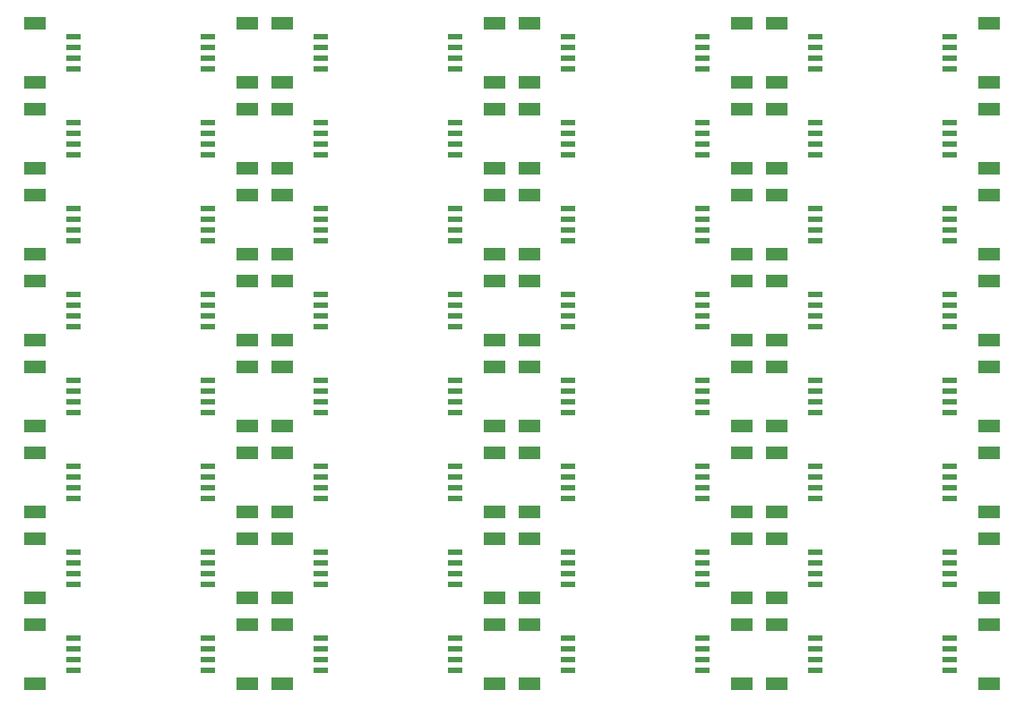
<source format=gtp>
G75*
%MOIN*%
%OFA0B0*%
%FSLAX25Y25*%
%IPPOS*%
%LPD*%
%AMOC8*
5,1,8,0,0,1.08239X$1,22.5*
%
%ADD10R,0.07874X0.04724*%
%ADD11R,0.05315X0.02362*%
D10*
X0055031Y0082310D03*
X0055031Y0104357D03*
X0055031Y0114310D03*
X0055031Y0136357D03*
X0055031Y0146310D03*
X0055031Y0168357D03*
X0055031Y0178310D03*
X0055031Y0200357D03*
X0055031Y0210310D03*
X0055031Y0232357D03*
X0055031Y0242310D03*
X0055031Y0264357D03*
X0055031Y0274310D03*
X0055031Y0296357D03*
X0055031Y0306310D03*
X0055031Y0328357D03*
X0133969Y0328357D03*
X0147031Y0328357D03*
X0147031Y0306310D03*
X0133969Y0306310D03*
X0133969Y0296357D03*
X0147031Y0296357D03*
X0147031Y0274310D03*
X0133969Y0274310D03*
X0133969Y0264357D03*
X0147031Y0264357D03*
X0147031Y0242310D03*
X0133969Y0242310D03*
X0133969Y0232357D03*
X0147031Y0232357D03*
X0147031Y0210310D03*
X0133969Y0210310D03*
X0133969Y0200357D03*
X0147031Y0200357D03*
X0147031Y0178310D03*
X0133969Y0178310D03*
X0133969Y0168357D03*
X0147031Y0168357D03*
X0147031Y0146310D03*
X0147031Y0136357D03*
X0133969Y0136357D03*
X0133969Y0146310D03*
X0133969Y0114310D03*
X0133969Y0104357D03*
X0147031Y0104357D03*
X0147031Y0114310D03*
X0147031Y0082310D03*
X0133969Y0082310D03*
X0225969Y0082310D03*
X0239031Y0082310D03*
X0239031Y0104357D03*
X0239031Y0114310D03*
X0225969Y0114310D03*
X0225969Y0104357D03*
X0225969Y0136357D03*
X0225969Y0146310D03*
X0239031Y0146310D03*
X0239031Y0136357D03*
X0239031Y0168357D03*
X0239031Y0178310D03*
X0225969Y0178310D03*
X0225969Y0168357D03*
X0225969Y0200357D03*
X0225969Y0210310D03*
X0239031Y0210310D03*
X0239031Y0200357D03*
X0239031Y0232357D03*
X0239031Y0242310D03*
X0225969Y0242310D03*
X0225969Y0232357D03*
X0225969Y0264357D03*
X0225969Y0274310D03*
X0239031Y0274310D03*
X0239031Y0264357D03*
X0239031Y0296357D03*
X0239031Y0306310D03*
X0225969Y0306310D03*
X0225969Y0296357D03*
X0225969Y0328357D03*
X0239031Y0328357D03*
X0317969Y0328357D03*
X0331031Y0328357D03*
X0331031Y0306310D03*
X0331031Y0296357D03*
X0317969Y0296357D03*
X0317969Y0306310D03*
X0317969Y0274310D03*
X0317969Y0264357D03*
X0331031Y0264357D03*
X0331031Y0274310D03*
X0331031Y0242310D03*
X0331031Y0232357D03*
X0317969Y0232357D03*
X0317969Y0242310D03*
X0317969Y0210310D03*
X0317969Y0200357D03*
X0331031Y0200357D03*
X0331031Y0210310D03*
X0331031Y0178310D03*
X0331031Y0168357D03*
X0317969Y0168357D03*
X0317969Y0178310D03*
X0317969Y0146310D03*
X0317969Y0136357D03*
X0331031Y0136357D03*
X0331031Y0146310D03*
X0331031Y0114310D03*
X0331031Y0104357D03*
X0317969Y0104357D03*
X0317969Y0114310D03*
X0317969Y0082310D03*
X0331031Y0082310D03*
X0409969Y0082310D03*
X0409969Y0104357D03*
X0409969Y0114310D03*
X0409969Y0136357D03*
X0409969Y0146310D03*
X0409969Y0168357D03*
X0409969Y0178310D03*
X0409969Y0200357D03*
X0409969Y0210310D03*
X0409969Y0232357D03*
X0409969Y0242310D03*
X0409969Y0264357D03*
X0409969Y0274310D03*
X0409969Y0296357D03*
X0409969Y0306310D03*
X0409969Y0328357D03*
D11*
X0395500Y0323239D03*
X0395500Y0319302D03*
X0395500Y0315365D03*
X0395500Y0311428D03*
X0395500Y0291239D03*
X0395500Y0287302D03*
X0395500Y0283365D03*
X0395500Y0279428D03*
X0395500Y0259239D03*
X0395500Y0255302D03*
X0395500Y0251365D03*
X0395500Y0247428D03*
X0395500Y0227239D03*
X0395500Y0223302D03*
X0395500Y0219365D03*
X0395500Y0215428D03*
X0395500Y0195239D03*
X0395500Y0191302D03*
X0395500Y0187365D03*
X0395500Y0183428D03*
X0395500Y0163239D03*
X0395500Y0159302D03*
X0395500Y0155365D03*
X0395500Y0151428D03*
X0395500Y0131239D03*
X0395500Y0127302D03*
X0395500Y0123365D03*
X0395500Y0119428D03*
X0395500Y0099239D03*
X0395500Y0095302D03*
X0395500Y0091365D03*
X0395500Y0087428D03*
X0345500Y0087428D03*
X0345500Y0091365D03*
X0345500Y0095302D03*
X0345500Y0099239D03*
X0345500Y0119428D03*
X0345500Y0123365D03*
X0345500Y0127302D03*
X0345500Y0131239D03*
X0345500Y0151428D03*
X0345500Y0155365D03*
X0345500Y0159302D03*
X0345500Y0163239D03*
X0345500Y0183428D03*
X0345500Y0187365D03*
X0345500Y0191302D03*
X0345500Y0195239D03*
X0345500Y0215428D03*
X0345500Y0219365D03*
X0345500Y0223302D03*
X0345500Y0227239D03*
X0345500Y0247428D03*
X0345500Y0251365D03*
X0345500Y0255302D03*
X0345500Y0259239D03*
X0345500Y0279428D03*
X0345500Y0283365D03*
X0345500Y0287302D03*
X0345500Y0291239D03*
X0345500Y0311428D03*
X0345500Y0315365D03*
X0345500Y0319302D03*
X0345500Y0323239D03*
X0303500Y0323239D03*
X0303500Y0319302D03*
X0303500Y0315365D03*
X0303500Y0311428D03*
X0303500Y0291239D03*
X0303500Y0287302D03*
X0303500Y0283365D03*
X0303500Y0279428D03*
X0303500Y0259239D03*
X0303500Y0255302D03*
X0303500Y0251365D03*
X0303500Y0247428D03*
X0303500Y0227239D03*
X0303500Y0223302D03*
X0303500Y0219365D03*
X0303500Y0215428D03*
X0303500Y0195239D03*
X0303500Y0191302D03*
X0303500Y0187365D03*
X0303500Y0183428D03*
X0303500Y0163239D03*
X0303500Y0159302D03*
X0303500Y0155365D03*
X0303500Y0151428D03*
X0303500Y0131239D03*
X0303500Y0127302D03*
X0303500Y0123365D03*
X0303500Y0119428D03*
X0303500Y0099239D03*
X0303500Y0095302D03*
X0303500Y0091365D03*
X0303500Y0087428D03*
X0253500Y0087428D03*
X0253500Y0091365D03*
X0253500Y0095302D03*
X0253500Y0099239D03*
X0253500Y0119428D03*
X0253500Y0123365D03*
X0253500Y0127302D03*
X0253500Y0131239D03*
X0253500Y0151428D03*
X0253500Y0155365D03*
X0253500Y0159302D03*
X0253500Y0163239D03*
X0253500Y0183428D03*
X0253500Y0187365D03*
X0253500Y0191302D03*
X0253500Y0195239D03*
X0253500Y0215428D03*
X0253500Y0219365D03*
X0253500Y0223302D03*
X0253500Y0227239D03*
X0253500Y0247428D03*
X0253500Y0251365D03*
X0253500Y0255302D03*
X0253500Y0259239D03*
X0253500Y0279428D03*
X0253500Y0283365D03*
X0253500Y0287302D03*
X0253500Y0291239D03*
X0253500Y0311428D03*
X0253500Y0315365D03*
X0253500Y0319302D03*
X0253500Y0323239D03*
X0211500Y0323239D03*
X0211500Y0319302D03*
X0211500Y0315365D03*
X0211500Y0311428D03*
X0211500Y0291239D03*
X0211500Y0287302D03*
X0211500Y0283365D03*
X0211500Y0279428D03*
X0211500Y0259239D03*
X0211500Y0255302D03*
X0211500Y0251365D03*
X0211500Y0247428D03*
X0211500Y0227239D03*
X0211500Y0223302D03*
X0211500Y0219365D03*
X0211500Y0215428D03*
X0211500Y0195239D03*
X0211500Y0191302D03*
X0211500Y0187365D03*
X0211500Y0183428D03*
X0211500Y0163239D03*
X0211500Y0159302D03*
X0211500Y0155365D03*
X0211500Y0151428D03*
X0211500Y0131239D03*
X0211500Y0127302D03*
X0211500Y0123365D03*
X0211500Y0119428D03*
X0211500Y0099239D03*
X0211500Y0095302D03*
X0211500Y0091365D03*
X0211500Y0087428D03*
X0161500Y0087428D03*
X0161500Y0091365D03*
X0161500Y0095302D03*
X0161500Y0099239D03*
X0161500Y0119428D03*
X0161500Y0123365D03*
X0161500Y0127302D03*
X0161500Y0131239D03*
X0161500Y0151428D03*
X0161500Y0155365D03*
X0161500Y0159302D03*
X0161500Y0163239D03*
X0161500Y0183428D03*
X0161500Y0187365D03*
X0161500Y0191302D03*
X0161500Y0195239D03*
X0161500Y0215428D03*
X0161500Y0219365D03*
X0161500Y0223302D03*
X0161500Y0227239D03*
X0161500Y0247428D03*
X0161500Y0251365D03*
X0161500Y0255302D03*
X0161500Y0259239D03*
X0161500Y0279428D03*
X0161500Y0283365D03*
X0161500Y0287302D03*
X0161500Y0291239D03*
X0161500Y0311428D03*
X0161500Y0315365D03*
X0161500Y0319302D03*
X0161500Y0323239D03*
X0119500Y0323239D03*
X0119500Y0319302D03*
X0119500Y0315365D03*
X0119500Y0311428D03*
X0119500Y0291239D03*
X0119500Y0287302D03*
X0119500Y0283365D03*
X0119500Y0279428D03*
X0119500Y0259239D03*
X0119500Y0255302D03*
X0119500Y0251365D03*
X0119500Y0247428D03*
X0119500Y0227239D03*
X0119500Y0223302D03*
X0119500Y0219365D03*
X0119500Y0215428D03*
X0119500Y0195239D03*
X0119500Y0191302D03*
X0119500Y0187365D03*
X0119500Y0183428D03*
X0119500Y0163239D03*
X0119500Y0159302D03*
X0119500Y0155365D03*
X0119500Y0151428D03*
X0119500Y0131239D03*
X0119500Y0127302D03*
X0119500Y0123365D03*
X0119500Y0119428D03*
X0119500Y0099239D03*
X0119500Y0095302D03*
X0119500Y0091365D03*
X0119500Y0087428D03*
X0069500Y0087428D03*
X0069500Y0091365D03*
X0069500Y0095302D03*
X0069500Y0099239D03*
X0069500Y0119428D03*
X0069500Y0123365D03*
X0069500Y0127302D03*
X0069500Y0131239D03*
X0069500Y0151428D03*
X0069500Y0155365D03*
X0069500Y0159302D03*
X0069500Y0163239D03*
X0069500Y0183428D03*
X0069500Y0187365D03*
X0069500Y0191302D03*
X0069500Y0195239D03*
X0069500Y0215428D03*
X0069500Y0219365D03*
X0069500Y0223302D03*
X0069500Y0227239D03*
X0069500Y0247428D03*
X0069500Y0251365D03*
X0069500Y0255302D03*
X0069500Y0259239D03*
X0069500Y0279428D03*
X0069500Y0283365D03*
X0069500Y0287302D03*
X0069500Y0291239D03*
X0069500Y0311428D03*
X0069500Y0315365D03*
X0069500Y0319302D03*
X0069500Y0323239D03*
M02*

</source>
